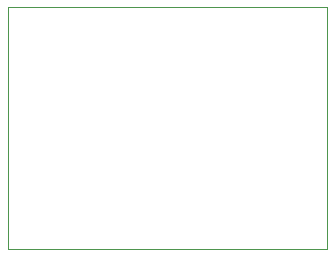
<source format=gm1>
G04 #@! TF.GenerationSoftware,KiCad,Pcbnew,9.0.4*
G04 #@! TF.CreationDate,2025-10-14T04:28:12+05:30*
G04 #@! TF.ProjectId,Buck converter,4275636b-2063-46f6-9e76-65727465722e,rev?*
G04 #@! TF.SameCoordinates,Original*
G04 #@! TF.FileFunction,Profile,NP*
%FSLAX46Y46*%
G04 Gerber Fmt 4.6, Leading zero omitted, Abs format (unit mm)*
G04 Created by KiCad (PCBNEW 9.0.4) date 2025-10-14 04:28:12*
%MOMM*%
%LPD*%
G01*
G04 APERTURE LIST*
G04 #@! TA.AperFunction,Profile*
%ADD10C,0.038100*%
G04 #@! TD*
G04 APERTURE END LIST*
D10*
X105000000Y-64500000D02*
X78000000Y-64500000D01*
X105000000Y-85000000D02*
X105000000Y-64500000D01*
X78000000Y-85000000D02*
X105000000Y-85000000D01*
X78000000Y-64500000D02*
X78000000Y-85000000D01*
M02*

</source>
